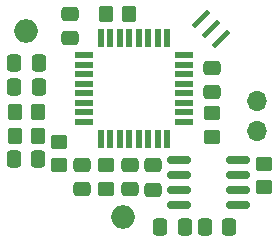
<source format=gbr>
%TF.GenerationSoftware,KiCad,Pcbnew,(6.0.9)*%
%TF.CreationDate,2024-03-30T18:12:03+01:00*%
%TF.ProjectId,HBW-IO-4-FM_Platine1,4842572d-494f-42d3-942d-464d5f506c61,rev?*%
%TF.SameCoordinates,Original*%
%TF.FileFunction,Soldermask,Top*%
%TF.FilePolarity,Negative*%
%FSLAX46Y46*%
G04 Gerber Fmt 4.6, Leading zero omitted, Abs format (unit mm)*
G04 Created by KiCad (PCBNEW (6.0.9)) date 2024-03-30 18:12:03*
%MOMM*%
%LPD*%
G01*
G04 APERTURE LIST*
G04 Aperture macros list*
%AMRoundRect*
0 Rectangle with rounded corners*
0 $1 Rounding radius*
0 $2 $3 $4 $5 $6 $7 $8 $9 X,Y pos of 4 corners*
0 Add a 4 corners polygon primitive as box body*
4,1,4,$2,$3,$4,$5,$6,$7,$8,$9,$2,$3,0*
0 Add four circle primitives for the rounded corners*
1,1,$1+$1,$2,$3*
1,1,$1+$1,$4,$5*
1,1,$1+$1,$6,$7*
1,1,$1+$1,$8,$9*
0 Add four rect primitives between the rounded corners*
20,1,$1+$1,$2,$3,$4,$5,0*
20,1,$1+$1,$4,$5,$6,$7,0*
20,1,$1+$1,$6,$7,$8,$9,0*
20,1,$1+$1,$8,$9,$2,$3,0*%
%AMRotRect*
0 Rectangle, with rotation*
0 The origin of the aperture is its center*
0 $1 length*
0 $2 width*
0 $3 Rotation angle, in degrees counterclockwise*
0 Add horizontal line*
21,1,$1,$2,0,0,$3*%
G04 Aperture macros list end*
%ADD10O,2.000000X2.000000*%
%ADD11RoundRect,0.250000X-0.475000X0.337500X-0.475000X-0.337500X0.475000X-0.337500X0.475000X0.337500X0*%
%ADD12RoundRect,0.250000X0.350000X0.450000X-0.350000X0.450000X-0.350000X-0.450000X0.350000X-0.450000X0*%
%ADD13RoundRect,0.250000X0.450000X-0.350000X0.450000X0.350000X-0.450000X0.350000X-0.450000X-0.350000X0*%
%ADD14RoundRect,0.250000X0.337500X0.475000X-0.337500X0.475000X-0.337500X-0.475000X0.337500X-0.475000X0*%
%ADD15RoundRect,0.250000X-0.450000X0.350000X-0.450000X-0.350000X0.450000X-0.350000X0.450000X0.350000X0*%
%ADD16RotRect,0.400000X1.900000X135.000000*%
%ADD17RoundRect,0.250000X0.475000X-0.337500X0.475000X0.337500X-0.475000X0.337500X-0.475000X-0.337500X0*%
%ADD18O,1.700000X1.700000*%
%ADD19RoundRect,0.250000X-0.337500X-0.475000X0.337500X-0.475000X0.337500X0.475000X-0.337500X0.475000X0*%
%ADD20RoundRect,0.150000X0.825000X0.150000X-0.825000X0.150000X-0.825000X-0.150000X0.825000X-0.150000X0*%
%ADD21R,1.600000X0.550000*%
%ADD22R,0.550000X1.600000*%
G04 APERTURE END LIST*
D10*
%TO.C,ST2*%
X132600000Y-100300000D03*
%TD*%
D11*
%TO.C,C4*%
X133137500Y-95862500D03*
X133137500Y-97937500D03*
%TD*%
D12*
%TO.C,R2*%
X125400000Y-91400000D03*
X123400000Y-91400000D03*
%TD*%
D13*
%TO.C,R6*%
X144500000Y-97750000D03*
X144500000Y-95750000D03*
%TD*%
D12*
%TO.C,R3*%
X125400000Y-93400000D03*
X123400000Y-93400000D03*
%TD*%
D14*
%TO.C,C5*%
X137787500Y-101100000D03*
X135712500Y-101100000D03*
%TD*%
D15*
%TO.C,R4*%
X131137500Y-95900000D03*
X131137500Y-97900000D03*
%TD*%
D14*
%TO.C,C6*%
X125387500Y-95400000D03*
X123312500Y-95400000D03*
%TD*%
D11*
%TO.C,C1*%
X128100000Y-83062500D03*
X128100000Y-85137500D03*
%TD*%
D16*
%TO.C,Y1*%
X140848528Y-85248528D03*
X140000000Y-84400000D03*
X139151472Y-83551472D03*
%TD*%
D17*
%TO.C,C3*%
X140100000Y-89737500D03*
X140100000Y-87662500D03*
%TD*%
D12*
%TO.C,R1*%
X133100000Y-83100000D03*
X131100000Y-83100000D03*
%TD*%
D15*
%TO.C,R7*%
X140100000Y-91500000D03*
X140100000Y-93500000D03*
%TD*%
D18*
%TO.C,J1*%
X143900000Y-90425000D03*
X143900000Y-92965000D03*
%TD*%
D10*
%TO.C,ST1*%
X124400000Y-84500000D03*
%TD*%
D14*
%TO.C,C7*%
X125437500Y-89300000D03*
X123362500Y-89300000D03*
%TD*%
D19*
%TO.C,C10*%
X139500000Y-101100000D03*
X141575000Y-101100000D03*
%TD*%
%TO.C,C2*%
X123362500Y-87200000D03*
X125437500Y-87200000D03*
%TD*%
D11*
%TO.C,C8*%
X135100000Y-95900000D03*
X135100000Y-97975000D03*
%TD*%
D20*
%TO.C,IC2*%
X142275000Y-99305000D03*
X142275000Y-98035000D03*
X142275000Y-96765000D03*
X142275000Y-95495000D03*
X137325000Y-95495000D03*
X137325000Y-96765000D03*
X137325000Y-98035000D03*
X137325000Y-99305000D03*
%TD*%
D13*
%TO.C,R5*%
X127200000Y-95900000D03*
X127200000Y-93900000D03*
%TD*%
D21*
%TO.C,IC1*%
X137750000Y-92200000D03*
X137750000Y-91400000D03*
X137750000Y-90600000D03*
X137750000Y-89800000D03*
X137750000Y-89000000D03*
X137750000Y-88200000D03*
X137750000Y-87400000D03*
X137750000Y-86600000D03*
D22*
X136300000Y-85150000D03*
X135500000Y-85150000D03*
X134700000Y-85150000D03*
X133900000Y-85150000D03*
X133100000Y-85150000D03*
X132300000Y-85150000D03*
X131500000Y-85150000D03*
X130700000Y-85150000D03*
D21*
X129250000Y-86600000D03*
X129250000Y-87400000D03*
X129250000Y-88200000D03*
X129250000Y-89000000D03*
X129250000Y-89800000D03*
X129250000Y-90600000D03*
X129250000Y-91400000D03*
X129250000Y-92200000D03*
D22*
X130700000Y-93650000D03*
X131500000Y-93650000D03*
X132300000Y-93650000D03*
X133100000Y-93650000D03*
X133900000Y-93650000D03*
X134700000Y-93650000D03*
X135500000Y-93650000D03*
X136300000Y-93650000D03*
%TD*%
D11*
%TO.C,C9*%
X129137500Y-95862500D03*
X129137500Y-97937500D03*
%TD*%
M02*

</source>
